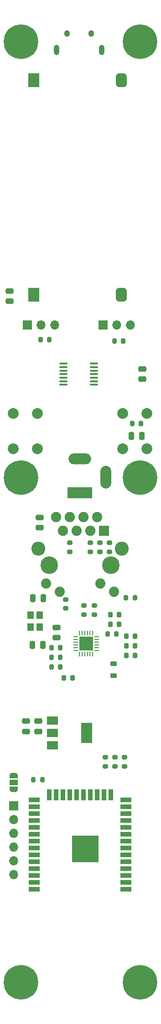
<source format=gbr>
%TF.GenerationSoftware,KiCad,Pcbnew,6.0.6-3a73a75311~116~ubuntu20.04.1*%
%TF.CreationDate,2022-07-20T09:27:06+02:00*%
%TF.ProjectId,MCH-light,4d43482d-6c69-4676-9874-2e6b69636164,rev?*%
%TF.SameCoordinates,Original*%
%TF.FileFunction,Soldermask,Top*%
%TF.FilePolarity,Negative*%
%FSLAX46Y46*%
G04 Gerber Fmt 4.6, Leading zero omitted, Abs format (unit mm)*
G04 Created by KiCad (PCBNEW 6.0.6-3a73a75311~116~ubuntu20.04.1) date 2022-07-20 09:27:06*
%MOMM*%
%LPD*%
G01*
G04 APERTURE LIST*
G04 Aperture macros list*
%AMRoundRect*
0 Rectangle with rounded corners*
0 $1 Rounding radius*
0 $2 $3 $4 $5 $6 $7 $8 $9 X,Y pos of 4 corners*
0 Add a 4 corners polygon primitive as box body*
4,1,4,$2,$3,$4,$5,$6,$7,$8,$9,$2,$3,0*
0 Add four circle primitives for the rounded corners*
1,1,$1+$1,$2,$3*
1,1,$1+$1,$4,$5*
1,1,$1+$1,$6,$7*
1,1,$1+$1,$8,$9*
0 Add four rect primitives between the rounded corners*
20,1,$1+$1,$2,$3,$4,$5,0*
20,1,$1+$1,$4,$5,$6,$7,0*
20,1,$1+$1,$6,$7,$8,$9,0*
20,1,$1+$1,$8,$9,$2,$3,0*%
%AMFreePoly0*
4,1,22,0.550000,-0.750000,0.000000,-0.750000,0.000000,-0.745033,-0.079941,-0.743568,-0.215256,-0.701293,-0.333266,-0.622738,-0.424486,-0.514219,-0.481581,-0.384460,-0.499164,-0.250000,-0.500000,-0.250000,-0.500000,0.250000,-0.499164,0.250000,-0.499963,0.256109,-0.478152,0.396186,-0.417904,0.524511,-0.324060,0.630769,-0.204165,0.706417,-0.067858,0.745374,0.000000,0.744959,0.000000,0.750000,
0.550000,0.750000,0.550000,-0.750000,0.550000,-0.750000,$1*%
%AMFreePoly1*
4,1,20,0.000000,0.744959,0.073905,0.744508,0.209726,0.703889,0.328688,0.626782,0.421226,0.519385,0.479903,0.390333,0.500000,0.250000,0.500000,-0.250000,0.499851,-0.262216,0.476331,-0.402017,0.414519,-0.529596,0.319384,-0.634700,0.198574,-0.708877,0.061801,-0.746166,0.000000,-0.745033,0.000000,-0.750000,-0.550000,-0.750000,-0.550000,0.750000,0.000000,0.750000,0.000000,0.744959,
0.000000,0.744959,$1*%
G04 Aperture macros list end*
%ADD10RoundRect,0.200000X0.275000X-0.200000X0.275000X0.200000X-0.275000X0.200000X-0.275000X-0.200000X0*%
%ADD11RoundRect,0.250000X0.250000X0.475000X-0.250000X0.475000X-0.250000X-0.475000X0.250000X-0.475000X0*%
%ADD12RoundRect,0.225000X-0.225000X-0.250000X0.225000X-0.250000X0.225000X0.250000X-0.225000X0.250000X0*%
%ADD13R,1.700000X1.700000*%
%ADD14O,1.700000X1.700000*%
%ADD15RoundRect,0.250000X0.475000X-0.250000X0.475000X0.250000X-0.475000X0.250000X-0.475000X-0.250000X0*%
%ADD16RoundRect,0.250000X-0.250000X-0.475000X0.250000X-0.475000X0.250000X0.475000X-0.250000X0.475000X0*%
%ADD17RoundRect,0.200000X-0.200000X-0.275000X0.200000X-0.275000X0.200000X0.275000X-0.200000X0.275000X0*%
%ADD18RoundRect,0.250000X-0.475000X0.250000X-0.475000X-0.250000X0.475000X-0.250000X0.475000X0.250000X0*%
%ADD19C,6.400000*%
%ADD20FreePoly0,270.000000*%
%ADD21R,1.500000X1.000000*%
%ADD22FreePoly1,270.000000*%
%ADD23RoundRect,0.062500X-0.062500X0.350000X-0.062500X-0.350000X0.062500X-0.350000X0.062500X0.350000X0*%
%ADD24RoundRect,0.062500X-0.350000X0.062500X-0.350000X-0.062500X0.350000X-0.062500X0.350000X0.062500X0*%
%ADD25R,2.600000X2.600000*%
%ADD26R,2.000000X1.500000*%
%ADD27R,2.000000X3.800000*%
%ADD28RoundRect,0.200000X-0.275000X0.200000X-0.275000X-0.200000X0.275000X-0.200000X0.275000X0.200000X0*%
%ADD29RoundRect,0.100000X-0.637500X-0.100000X0.637500X-0.100000X0.637500X0.100000X-0.637500X0.100000X0*%
%ADD30RoundRect,0.200000X0.200000X0.275000X-0.200000X0.275000X-0.200000X-0.275000X0.200000X-0.275000X0*%
%ADD31RoundRect,0.218750X0.381250X-0.218750X0.381250X0.218750X-0.381250X0.218750X-0.381250X-0.218750X0*%
%ADD32R,2.000000X0.900000*%
%ADD33R,0.900000X2.000000*%
%ADD34R,5.000000X5.000000*%
%ADD35R,1.200000X1.400000*%
%ADD36C,3.250000*%
%ADD37C,2.600000*%
%ADD38C,1.890000*%
%ADD39R,1.900000X1.900000*%
%ADD40C,1.900000*%
%ADD41R,4.600000X2.000000*%
%ADD42O,4.200000X2.000000*%
%ADD43O,2.000000X4.200000*%
%ADD44RoundRect,0.500000X-0.500000X0.750000X-0.500000X-0.750000X0.500000X-0.750000X0.500000X0.750000X0*%
%ADD45R,2.000000X2.500000*%
%ADD46C,2.000000*%
%ADD47O,1.050000X1.250000*%
%ADD48O,1.000000X1.900000*%
G04 APERTURE END LIST*
D10*
%TO.C,R4*%
X134620000Y-155511000D03*
X134620000Y-153861000D03*
%TD*%
D11*
%TO.C,C6*%
X123024000Y-133096000D03*
X121124000Y-133096000D03*
%TD*%
D12*
%TO.C,C10*%
X135623000Y-129286000D03*
X137173000Y-129286000D03*
%TD*%
D13*
%TO.C,J1*%
X117627000Y-162839000D03*
D14*
X117627000Y-165379000D03*
X117627000Y-167919000D03*
X117627000Y-170459000D03*
X117627000Y-172999000D03*
X117627000Y-175539000D03*
%TD*%
D12*
%TO.C,C13*%
X138567000Y-135030000D03*
X140117000Y-135030000D03*
%TD*%
D15*
%TO.C,C4*%
X116840000Y-69596000D03*
X116840000Y-67696000D03*
%TD*%
D16*
%TO.C,C7*%
X121224000Y-124460000D03*
X123124000Y-124460000D03*
%TD*%
D17*
%TO.C,R1*%
X121286000Y-157988000D03*
X122936000Y-157988000D03*
%TD*%
D18*
%TO.C,C5*%
X141478000Y-82108000D03*
X141478000Y-84008000D03*
%TD*%
D10*
%TO.C,R3*%
X136398000Y-155511000D03*
X136398000Y-153861000D03*
%TD*%
D19*
%TO.C,H1*%
X141104000Y-102197017D03*
%TD*%
D13*
%TO.C,J8*%
X134237820Y-73978017D03*
D14*
X136777820Y-73978017D03*
X139317820Y-73978017D03*
%TD*%
D10*
%TO.C,R6*%
X138176000Y-155511000D03*
X138176000Y-153861000D03*
%TD*%
D15*
%TO.C,C14*%
X122428000Y-111440000D03*
X122428000Y-109540000D03*
%TD*%
D20*
%TO.C,JP1*%
X117602000Y-157196000D03*
D21*
X117602000Y-158496000D03*
D22*
X117602000Y-159796000D03*
%TD*%
D23*
%TO.C,U3*%
X132314000Y-130904500D03*
X131814000Y-130904500D03*
X131314000Y-130904500D03*
X130814000Y-130904500D03*
X130314000Y-130904500D03*
X129814000Y-130904500D03*
D24*
X129126500Y-131592000D03*
X129126500Y-132092000D03*
X129126500Y-132592000D03*
X129126500Y-133092000D03*
X129126500Y-133592000D03*
X129126500Y-134092000D03*
D23*
X129814000Y-134779500D03*
X130314000Y-134779500D03*
X130814000Y-134779500D03*
X131314000Y-134779500D03*
X131814000Y-134779500D03*
X132314000Y-134779500D03*
D24*
X133001500Y-134092000D03*
X133001500Y-133592000D03*
X133001500Y-133092000D03*
X133001500Y-132592000D03*
X133001500Y-132092000D03*
X133001500Y-131592000D03*
D25*
X131064000Y-132842000D03*
%TD*%
D26*
%TO.C,U1*%
X124866000Y-147052000D03*
X124866000Y-149352000D03*
D27*
X131166000Y-149352000D03*
D26*
X124866000Y-151652000D03*
%TD*%
D10*
%TO.C,R15*%
X132604000Y-127471000D03*
X132604000Y-125821000D03*
%TD*%
D19*
%TO.C,H5*%
X141104000Y-195415017D03*
%TD*%
D15*
%TO.C,C1*%
X119888000Y-149072000D03*
X119888000Y-147172000D03*
%TD*%
D17*
%TO.C,R19*%
X138465000Y-124380000D03*
X140115000Y-124380000D03*
%TD*%
D10*
%TO.C,R13*%
X131826000Y-115887000D03*
X131826000Y-114237000D03*
%TD*%
D16*
%TO.C,C2*%
X139512000Y-94488000D03*
X141412000Y-94488000D03*
%TD*%
D17*
%TO.C,R18*%
X122619000Y-76708000D03*
X124269000Y-76708000D03*
%TD*%
D28*
%TO.C,R20*%
X127250000Y-124705000D03*
X127250000Y-126355000D03*
%TD*%
D29*
%TO.C,U4*%
X126837500Y-81150000D03*
X126837500Y-81800000D03*
X126837500Y-82450000D03*
X126837500Y-83100000D03*
X126837500Y-83750000D03*
X126837500Y-84400000D03*
X126837500Y-85050000D03*
X132562500Y-85050000D03*
X132562500Y-84400000D03*
X132562500Y-83750000D03*
X132562500Y-83100000D03*
X132562500Y-82450000D03*
X132562500Y-81800000D03*
X132562500Y-81150000D03*
%TD*%
D30*
%TO.C,R7*%
X126301000Y-133604000D03*
X124651000Y-133604000D03*
%TD*%
D12*
%TO.C,C9*%
X135623000Y-127508000D03*
X137173000Y-127508000D03*
%TD*%
%TO.C,C11*%
X138567000Y-133252000D03*
X140117000Y-133252000D03*
%TD*%
D13*
%TO.C,J9*%
X120142000Y-73978017D03*
D14*
X122682000Y-73978017D03*
X125222000Y-73978017D03*
%TD*%
D15*
%TO.C,C3*%
X122164000Y-149072000D03*
X122164000Y-147172000D03*
%TD*%
D12*
%TO.C,C8*%
X126987000Y-139192000D03*
X128537000Y-139192000D03*
%TD*%
D17*
%TO.C,R8*%
X124651000Y-137160000D03*
X126301000Y-137160000D03*
%TD*%
D31*
%TO.C,L1*%
X136144000Y-138730500D03*
X136144000Y-136605500D03*
%TD*%
D12*
%TO.C,C12*%
X138567000Y-131474000D03*
X140117000Y-131474000D03*
%TD*%
D32*
%TO.C,U2*%
X138428000Y-178265000D03*
X138428000Y-176995000D03*
X138428000Y-175725000D03*
X138428000Y-174455000D03*
X138428000Y-173185000D03*
X138428000Y-171915000D03*
X138428000Y-170645000D03*
X138428000Y-169375000D03*
X138428000Y-168105000D03*
X138428000Y-166835000D03*
X138428000Y-165565000D03*
X138428000Y-164295000D03*
X138428000Y-163025000D03*
X138428000Y-161755000D03*
D33*
X135643000Y-160755000D03*
X134373000Y-160755000D03*
X133103000Y-160755000D03*
X131833000Y-160755000D03*
X130563000Y-160755000D03*
X129293000Y-160755000D03*
X128023000Y-160755000D03*
X126753000Y-160755000D03*
X125483000Y-160755000D03*
X124213000Y-160755000D03*
D32*
X121428000Y-161755000D03*
X121428000Y-163025000D03*
X121428000Y-164295000D03*
X121428000Y-165565000D03*
X121428000Y-166835000D03*
X121428000Y-168105000D03*
X121428000Y-169375000D03*
X121428000Y-170645000D03*
X121428000Y-171915000D03*
X121428000Y-173185000D03*
X121428000Y-174455000D03*
X121428000Y-175725000D03*
X121428000Y-176995000D03*
X121428000Y-178265000D03*
D34*
X130928000Y-170765000D03*
%TD*%
D10*
%TO.C,R11*%
X135382000Y-115887000D03*
X135382000Y-114237000D03*
%TD*%
%TO.C,R16*%
X130638000Y-127471000D03*
X130638000Y-125821000D03*
%TD*%
D35*
%TO.C,Y1*%
X122424000Y-129778000D03*
X122424000Y-127578000D03*
X120724000Y-127578000D03*
X120724000Y-129778000D03*
%TD*%
D19*
%TO.C,H6*%
X119006000Y-195415017D03*
%TD*%
D10*
%TO.C,R14*%
X128016000Y-115887000D03*
X128016000Y-114237000D03*
%TD*%
D19*
%TO.C,H4*%
X141104000Y-21679017D03*
%TD*%
D17*
%TO.C,R9*%
X124651000Y-135382000D03*
X126301000Y-135382000D03*
%TD*%
D18*
%TO.C,R5*%
X125576000Y-129860000D03*
X125576000Y-131760000D03*
%TD*%
D10*
%TO.C,R12*%
X133604000Y-115887000D03*
X133604000Y-114237000D03*
%TD*%
D19*
%TO.C,H3*%
X119005999Y-21679017D03*
%TD*%
%TO.C,H2*%
X119006000Y-102197017D03*
%TD*%
D17*
%TO.C,R2*%
X139637000Y-92202000D03*
X141287000Y-92202000D03*
%TD*%
%TO.C,R17*%
X136335000Y-76962000D03*
X137985000Y-76962000D03*
%TD*%
%TO.C,R10*%
X135065000Y-131064000D03*
X136715000Y-131064000D03*
%TD*%
D36*
%TO.C,J7*%
X124240000Y-118340000D03*
X135670000Y-118340000D03*
D37*
X137730000Y-115290000D03*
X122180000Y-115290000D03*
D38*
X123630000Y-121720000D03*
X126170000Y-123240000D03*
X133740000Y-121720000D03*
X136280000Y-123240000D03*
D39*
X134400000Y-112000000D03*
D40*
X133130000Y-109460000D03*
X131860000Y-112000000D03*
X130590000Y-109460000D03*
X129320000Y-112000000D03*
X128050000Y-109460000D03*
X126780000Y-112000000D03*
X125510000Y-109460000D03*
%TD*%
D41*
%TO.C,J2*%
X129936000Y-104991017D03*
D42*
X129936000Y-98691017D03*
D43*
X134736000Y-102091017D03*
%TD*%
D44*
%TO.C,U6*%
X137625000Y-28767000D03*
D45*
X121343000Y-28767000D03*
X121343000Y-68433000D03*
D44*
X137625000Y-68433000D03*
%TD*%
D46*
%TO.C,SW1*%
X142374000Y-90363017D03*
X142374000Y-96863017D03*
X137874000Y-90363017D03*
X137874000Y-96863017D03*
%TD*%
%TO.C,SW2*%
X122054000Y-90363017D03*
X122054000Y-96863017D03*
X117554000Y-90363017D03*
X117554000Y-96863017D03*
%TD*%
D47*
%TO.C,J5*%
X132019000Y-20181017D03*
D48*
X133969000Y-23181017D03*
X125619000Y-23181017D03*
D47*
X127569000Y-20181017D03*
%TD*%
M02*

</source>
